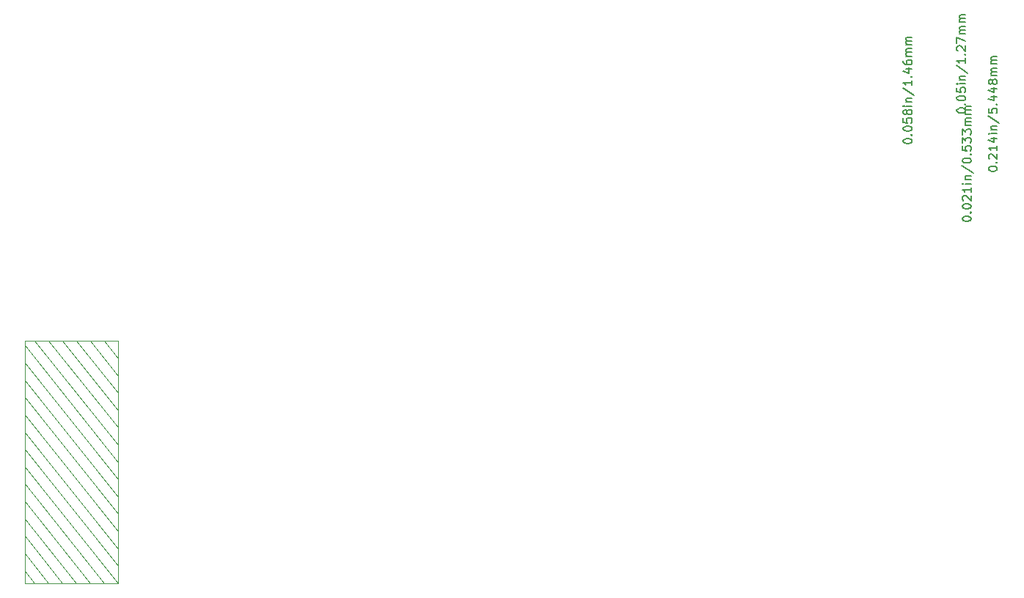
<source format=gbr>
G04 #@! TF.GenerationSoftware,KiCad,Pcbnew,5.1.10*
G04 #@! TF.CreationDate,2021-06-10T23:09:58+02:00*
G04 #@! TF.ProjectId,PlantCtrlESP32,506c616e-7443-4747-926c-45535033322e,rev?*
G04 #@! TF.SameCoordinates,Original*
G04 #@! TF.FileFunction,OtherDrawing,Comment*
%FSLAX46Y46*%
G04 Gerber Fmt 4.6, Leading zero omitted, Abs format (unit mm)*
G04 Created by KiCad (PCBNEW 5.1.10) date 2021-06-10 23:09:58*
%MOMM*%
%LPD*%
G01*
G04 APERTURE LIST*
%ADD10C,0.100000*%
%ADD11C,0.150000*%
G04 APERTURE END LIST*
D10*
X169862000Y-119918000D02*
X159082000Y-119918000D01*
X169862000Y-91918000D02*
X169862000Y-119918000D01*
X169862000Y-91918000D02*
X159082000Y-91918000D01*
X159082000Y-91918000D02*
X159082000Y-119918000D01*
X159082000Y-118443000D02*
X160172000Y-119918000D01*
X159082000Y-116443000D02*
X161787000Y-119918000D01*
X159082000Y-114443000D02*
X163402000Y-119918000D01*
X159082000Y-112443000D02*
X165017000Y-119918000D01*
X159082000Y-110443000D02*
X166632000Y-119918000D01*
X159082000Y-108443000D02*
X168247000Y-119918000D01*
X159082000Y-106443000D02*
X169862000Y-119918000D01*
X159082000Y-104443000D02*
X169862000Y-117918000D01*
X159082000Y-102443000D02*
X169862000Y-115918000D01*
X169862000Y-113918000D02*
X159082000Y-100443000D01*
X159082000Y-98443000D02*
X169862000Y-111918000D01*
X159082000Y-96443000D02*
X169862000Y-109918000D01*
X159082000Y-94443000D02*
X169862000Y-107918000D01*
X159082000Y-92443000D02*
X169862000Y-105918000D01*
X160172000Y-91918000D02*
X169862000Y-103918000D01*
X161787000Y-91918000D02*
X169862000Y-101918000D01*
X163402000Y-91918000D02*
X169862000Y-99918000D01*
X165017000Y-91918000D02*
X169862000Y-97918000D01*
X166632000Y-91918000D02*
X169862000Y-95918000D01*
X168247000Y-91918000D02*
X169862000Y-93918000D01*
D11*
X260475480Y-68863421D02*
X260475480Y-68768183D01*
X260523100Y-68672945D01*
X260570719Y-68625326D01*
X260665957Y-68577707D01*
X260856433Y-68530088D01*
X261094528Y-68530088D01*
X261285004Y-68577707D01*
X261380242Y-68625326D01*
X261427861Y-68672945D01*
X261475480Y-68768183D01*
X261475480Y-68863421D01*
X261427861Y-68958659D01*
X261380242Y-69006278D01*
X261285004Y-69053897D01*
X261094528Y-69101516D01*
X260856433Y-69101516D01*
X260665957Y-69053897D01*
X260570719Y-69006278D01*
X260523100Y-68958659D01*
X260475480Y-68863421D01*
X261380242Y-68101516D02*
X261427861Y-68053897D01*
X261475480Y-68101516D01*
X261427861Y-68149135D01*
X261380242Y-68101516D01*
X261475480Y-68101516D01*
X260475480Y-67434850D02*
X260475480Y-67339611D01*
X260523100Y-67244373D01*
X260570719Y-67196754D01*
X260665957Y-67149135D01*
X260856433Y-67101516D01*
X261094528Y-67101516D01*
X261285004Y-67149135D01*
X261380242Y-67196754D01*
X261427861Y-67244373D01*
X261475480Y-67339611D01*
X261475480Y-67434850D01*
X261427861Y-67530088D01*
X261380242Y-67577707D01*
X261285004Y-67625326D01*
X261094528Y-67672945D01*
X260856433Y-67672945D01*
X260665957Y-67625326D01*
X260570719Y-67577707D01*
X260523100Y-67530088D01*
X260475480Y-67434850D01*
X260475480Y-66196754D02*
X260475480Y-66672945D01*
X260951671Y-66720564D01*
X260904052Y-66672945D01*
X260856433Y-66577707D01*
X260856433Y-66339611D01*
X260904052Y-66244373D01*
X260951671Y-66196754D01*
X261046909Y-66149135D01*
X261285004Y-66149135D01*
X261380242Y-66196754D01*
X261427861Y-66244373D01*
X261475480Y-66339611D01*
X261475480Y-66577707D01*
X261427861Y-66672945D01*
X261380242Y-66720564D01*
X260904052Y-65577707D02*
X260856433Y-65672945D01*
X260808814Y-65720564D01*
X260713576Y-65768183D01*
X260665957Y-65768183D01*
X260570719Y-65720564D01*
X260523100Y-65672945D01*
X260475480Y-65577707D01*
X260475480Y-65387230D01*
X260523100Y-65291992D01*
X260570719Y-65244373D01*
X260665957Y-65196754D01*
X260713576Y-65196754D01*
X260808814Y-65244373D01*
X260856433Y-65291992D01*
X260904052Y-65387230D01*
X260904052Y-65577707D01*
X260951671Y-65672945D01*
X260999290Y-65720564D01*
X261094528Y-65768183D01*
X261285004Y-65768183D01*
X261380242Y-65720564D01*
X261427861Y-65672945D01*
X261475480Y-65577707D01*
X261475480Y-65387230D01*
X261427861Y-65291992D01*
X261380242Y-65244373D01*
X261285004Y-65196754D01*
X261094528Y-65196754D01*
X260999290Y-65244373D01*
X260951671Y-65291992D01*
X260904052Y-65387230D01*
X261475480Y-64768183D02*
X260808814Y-64768183D01*
X260475480Y-64768183D02*
X260523100Y-64815802D01*
X260570719Y-64768183D01*
X260523100Y-64720564D01*
X260475480Y-64768183D01*
X260570719Y-64768183D01*
X260808814Y-64291992D02*
X261475480Y-64291992D01*
X260904052Y-64291992D02*
X260856433Y-64244373D01*
X260808814Y-64149135D01*
X260808814Y-64006278D01*
X260856433Y-63911040D01*
X260951671Y-63863421D01*
X261475480Y-63863421D01*
X260427861Y-62672945D02*
X261713576Y-63530088D01*
X261475480Y-61815802D02*
X261475480Y-62387230D01*
X261475480Y-62101516D02*
X260475480Y-62101516D01*
X260618338Y-62196754D01*
X260713576Y-62291992D01*
X260761195Y-62387230D01*
X261380242Y-61387230D02*
X261427861Y-61339611D01*
X261475480Y-61387230D01*
X261427861Y-61434850D01*
X261380242Y-61387230D01*
X261475480Y-61387230D01*
X260808814Y-60482469D02*
X261475480Y-60482469D01*
X260427861Y-60720564D02*
X261142147Y-60958659D01*
X261142147Y-60339611D01*
X260475480Y-59530088D02*
X260475480Y-59720564D01*
X260523100Y-59815802D01*
X260570719Y-59863421D01*
X260713576Y-59958659D01*
X260904052Y-60006278D01*
X261285004Y-60006278D01*
X261380242Y-59958659D01*
X261427861Y-59911040D01*
X261475480Y-59815802D01*
X261475480Y-59625326D01*
X261427861Y-59530088D01*
X261380242Y-59482469D01*
X261285004Y-59434850D01*
X261046909Y-59434850D01*
X260951671Y-59482469D01*
X260904052Y-59530088D01*
X260856433Y-59625326D01*
X260856433Y-59815802D01*
X260904052Y-59911040D01*
X260951671Y-59958659D01*
X261046909Y-60006278D01*
X261475480Y-59006278D02*
X260808814Y-59006278D01*
X260904052Y-59006278D02*
X260856433Y-58958659D01*
X260808814Y-58863421D01*
X260808814Y-58720564D01*
X260856433Y-58625326D01*
X260951671Y-58577707D01*
X261475480Y-58577707D01*
X260951671Y-58577707D02*
X260856433Y-58530088D01*
X260808814Y-58434850D01*
X260808814Y-58291992D01*
X260856433Y-58196754D01*
X260951671Y-58149135D01*
X261475480Y-58149135D01*
X261475480Y-57672945D02*
X260808814Y-57672945D01*
X260904052Y-57672945D02*
X260856433Y-57625326D01*
X260808814Y-57530088D01*
X260808814Y-57387230D01*
X260856433Y-57291992D01*
X260951671Y-57244373D01*
X261475480Y-57244373D01*
X260951671Y-57244373D02*
X260856433Y-57196754D01*
X260808814Y-57101516D01*
X260808814Y-56958659D01*
X260856433Y-56863421D01*
X260951671Y-56815802D01*
X261475480Y-56815802D01*
X270305280Y-72063761D02*
X270305280Y-71968523D01*
X270352900Y-71873285D01*
X270400519Y-71825666D01*
X270495757Y-71778047D01*
X270686233Y-71730428D01*
X270924328Y-71730428D01*
X271114804Y-71778047D01*
X271210042Y-71825666D01*
X271257661Y-71873285D01*
X271305280Y-71968523D01*
X271305280Y-72063761D01*
X271257661Y-72159000D01*
X271210042Y-72206619D01*
X271114804Y-72254238D01*
X270924328Y-72301857D01*
X270686233Y-72301857D01*
X270495757Y-72254238D01*
X270400519Y-72206619D01*
X270352900Y-72159000D01*
X270305280Y-72063761D01*
X271210042Y-71301857D02*
X271257661Y-71254238D01*
X271305280Y-71301857D01*
X271257661Y-71349476D01*
X271210042Y-71301857D01*
X271305280Y-71301857D01*
X270400519Y-70873285D02*
X270352900Y-70825666D01*
X270305280Y-70730428D01*
X270305280Y-70492333D01*
X270352900Y-70397095D01*
X270400519Y-70349476D01*
X270495757Y-70301857D01*
X270590995Y-70301857D01*
X270733852Y-70349476D01*
X271305280Y-70920904D01*
X271305280Y-70301857D01*
X271305280Y-69349476D02*
X271305280Y-69920904D01*
X271305280Y-69635190D02*
X270305280Y-69635190D01*
X270448138Y-69730428D01*
X270543376Y-69825666D01*
X270590995Y-69920904D01*
X270638614Y-68492333D02*
X271305280Y-68492333D01*
X270257661Y-68730428D02*
X270971947Y-68968523D01*
X270971947Y-68349476D01*
X271305280Y-67968523D02*
X270638614Y-67968523D01*
X270305280Y-67968523D02*
X270352900Y-68016142D01*
X270400519Y-67968523D01*
X270352900Y-67920904D01*
X270305280Y-67968523D01*
X270400519Y-67968523D01*
X270638614Y-67492333D02*
X271305280Y-67492333D01*
X270733852Y-67492333D02*
X270686233Y-67444714D01*
X270638614Y-67349476D01*
X270638614Y-67206619D01*
X270686233Y-67111380D01*
X270781471Y-67063761D01*
X271305280Y-67063761D01*
X270257661Y-65873285D02*
X271543376Y-66730428D01*
X270305280Y-65063761D02*
X270305280Y-65539952D01*
X270781471Y-65587571D01*
X270733852Y-65539952D01*
X270686233Y-65444714D01*
X270686233Y-65206619D01*
X270733852Y-65111380D01*
X270781471Y-65063761D01*
X270876709Y-65016142D01*
X271114804Y-65016142D01*
X271210042Y-65063761D01*
X271257661Y-65111380D01*
X271305280Y-65206619D01*
X271305280Y-65444714D01*
X271257661Y-65539952D01*
X271210042Y-65587571D01*
X271210042Y-64587571D02*
X271257661Y-64539952D01*
X271305280Y-64587571D01*
X271257661Y-64635190D01*
X271210042Y-64587571D01*
X271305280Y-64587571D01*
X270638614Y-63682809D02*
X271305280Y-63682809D01*
X270257661Y-63920904D02*
X270971947Y-64159000D01*
X270971947Y-63539952D01*
X270638614Y-62730428D02*
X271305280Y-62730428D01*
X270257661Y-62968523D02*
X270971947Y-63206619D01*
X270971947Y-62587571D01*
X270733852Y-62063761D02*
X270686233Y-62159000D01*
X270638614Y-62206619D01*
X270543376Y-62254238D01*
X270495757Y-62254238D01*
X270400519Y-62206619D01*
X270352900Y-62159000D01*
X270305280Y-62063761D01*
X270305280Y-61873285D01*
X270352900Y-61778047D01*
X270400519Y-61730428D01*
X270495757Y-61682809D01*
X270543376Y-61682809D01*
X270638614Y-61730428D01*
X270686233Y-61778047D01*
X270733852Y-61873285D01*
X270733852Y-62063761D01*
X270781471Y-62159000D01*
X270829090Y-62206619D01*
X270924328Y-62254238D01*
X271114804Y-62254238D01*
X271210042Y-62206619D01*
X271257661Y-62159000D01*
X271305280Y-62063761D01*
X271305280Y-61873285D01*
X271257661Y-61778047D01*
X271210042Y-61730428D01*
X271114804Y-61682809D01*
X270924328Y-61682809D01*
X270829090Y-61730428D01*
X270781471Y-61778047D01*
X270733852Y-61873285D01*
X271305280Y-61254238D02*
X270638614Y-61254238D01*
X270733852Y-61254238D02*
X270686233Y-61206619D01*
X270638614Y-61111380D01*
X270638614Y-60968523D01*
X270686233Y-60873285D01*
X270781471Y-60825666D01*
X271305280Y-60825666D01*
X270781471Y-60825666D02*
X270686233Y-60778047D01*
X270638614Y-60682809D01*
X270638614Y-60539952D01*
X270686233Y-60444714D01*
X270781471Y-60397095D01*
X271305280Y-60397095D01*
X271305280Y-59920904D02*
X270638614Y-59920904D01*
X270733852Y-59920904D02*
X270686233Y-59873285D01*
X270638614Y-59778047D01*
X270638614Y-59635190D01*
X270686233Y-59539952D01*
X270781471Y-59492333D01*
X271305280Y-59492333D01*
X270781471Y-59492333D02*
X270686233Y-59444714D01*
X270638614Y-59349476D01*
X270638614Y-59206619D01*
X270686233Y-59111380D01*
X270781471Y-59063761D01*
X271305280Y-59063761D01*
X267295380Y-77835911D02*
X267295380Y-77740673D01*
X267343000Y-77645435D01*
X267390619Y-77597816D01*
X267485857Y-77550197D01*
X267676333Y-77502578D01*
X267914428Y-77502578D01*
X268104904Y-77550197D01*
X268200142Y-77597816D01*
X268247761Y-77645435D01*
X268295380Y-77740673D01*
X268295380Y-77835911D01*
X268247761Y-77931150D01*
X268200142Y-77978769D01*
X268104904Y-78026388D01*
X267914428Y-78074007D01*
X267676333Y-78074007D01*
X267485857Y-78026388D01*
X267390619Y-77978769D01*
X267343000Y-77931150D01*
X267295380Y-77835911D01*
X268200142Y-77074007D02*
X268247761Y-77026388D01*
X268295380Y-77074007D01*
X268247761Y-77121626D01*
X268200142Y-77074007D01*
X268295380Y-77074007D01*
X267295380Y-76407340D02*
X267295380Y-76312102D01*
X267343000Y-76216864D01*
X267390619Y-76169245D01*
X267485857Y-76121626D01*
X267676333Y-76074007D01*
X267914428Y-76074007D01*
X268104904Y-76121626D01*
X268200142Y-76169245D01*
X268247761Y-76216864D01*
X268295380Y-76312102D01*
X268295380Y-76407340D01*
X268247761Y-76502578D01*
X268200142Y-76550197D01*
X268104904Y-76597816D01*
X267914428Y-76645435D01*
X267676333Y-76645435D01*
X267485857Y-76597816D01*
X267390619Y-76550197D01*
X267343000Y-76502578D01*
X267295380Y-76407340D01*
X267390619Y-75693054D02*
X267343000Y-75645435D01*
X267295380Y-75550197D01*
X267295380Y-75312102D01*
X267343000Y-75216864D01*
X267390619Y-75169245D01*
X267485857Y-75121626D01*
X267581095Y-75121626D01*
X267723952Y-75169245D01*
X268295380Y-75740673D01*
X268295380Y-75121626D01*
X268295380Y-74169245D02*
X268295380Y-74740673D01*
X268295380Y-74454959D02*
X267295380Y-74454959D01*
X267438238Y-74550197D01*
X267533476Y-74645435D01*
X267581095Y-74740673D01*
X268295380Y-73740673D02*
X267628714Y-73740673D01*
X267295380Y-73740673D02*
X267343000Y-73788292D01*
X267390619Y-73740673D01*
X267343000Y-73693054D01*
X267295380Y-73740673D01*
X267390619Y-73740673D01*
X267628714Y-73264483D02*
X268295380Y-73264483D01*
X267723952Y-73264483D02*
X267676333Y-73216864D01*
X267628714Y-73121626D01*
X267628714Y-72978769D01*
X267676333Y-72883530D01*
X267771571Y-72835911D01*
X268295380Y-72835911D01*
X267247761Y-71645435D02*
X268533476Y-72502578D01*
X267295380Y-71121626D02*
X267295380Y-71026388D01*
X267343000Y-70931150D01*
X267390619Y-70883530D01*
X267485857Y-70835911D01*
X267676333Y-70788292D01*
X267914428Y-70788292D01*
X268104904Y-70835911D01*
X268200142Y-70883530D01*
X268247761Y-70931150D01*
X268295380Y-71026388D01*
X268295380Y-71121626D01*
X268247761Y-71216864D01*
X268200142Y-71264483D01*
X268104904Y-71312102D01*
X267914428Y-71359721D01*
X267676333Y-71359721D01*
X267485857Y-71312102D01*
X267390619Y-71264483D01*
X267343000Y-71216864D01*
X267295380Y-71121626D01*
X268200142Y-70359721D02*
X268247761Y-70312102D01*
X268295380Y-70359721D01*
X268247761Y-70407340D01*
X268200142Y-70359721D01*
X268295380Y-70359721D01*
X267295380Y-69407340D02*
X267295380Y-69883530D01*
X267771571Y-69931150D01*
X267723952Y-69883530D01*
X267676333Y-69788292D01*
X267676333Y-69550197D01*
X267723952Y-69454959D01*
X267771571Y-69407340D01*
X267866809Y-69359721D01*
X268104904Y-69359721D01*
X268200142Y-69407340D01*
X268247761Y-69454959D01*
X268295380Y-69550197D01*
X268295380Y-69788292D01*
X268247761Y-69883530D01*
X268200142Y-69931150D01*
X267295380Y-69026388D02*
X267295380Y-68407340D01*
X267676333Y-68740673D01*
X267676333Y-68597816D01*
X267723952Y-68502578D01*
X267771571Y-68454959D01*
X267866809Y-68407340D01*
X268104904Y-68407340D01*
X268200142Y-68454959D01*
X268247761Y-68502578D01*
X268295380Y-68597816D01*
X268295380Y-68883530D01*
X268247761Y-68978769D01*
X268200142Y-69026388D01*
X267295380Y-68074007D02*
X267295380Y-67454959D01*
X267676333Y-67788292D01*
X267676333Y-67645435D01*
X267723952Y-67550197D01*
X267771571Y-67502578D01*
X267866809Y-67454959D01*
X268104904Y-67454959D01*
X268200142Y-67502578D01*
X268247761Y-67550197D01*
X268295380Y-67645435D01*
X268295380Y-67931150D01*
X268247761Y-68026388D01*
X268200142Y-68074007D01*
X268295380Y-67026388D02*
X267628714Y-67026388D01*
X267723952Y-67026388D02*
X267676333Y-66978769D01*
X267628714Y-66883530D01*
X267628714Y-66740673D01*
X267676333Y-66645435D01*
X267771571Y-66597816D01*
X268295380Y-66597816D01*
X267771571Y-66597816D02*
X267676333Y-66550197D01*
X267628714Y-66454959D01*
X267628714Y-66312102D01*
X267676333Y-66216864D01*
X267771571Y-66169245D01*
X268295380Y-66169245D01*
X268295380Y-65693054D02*
X267628714Y-65693054D01*
X267723952Y-65693054D02*
X267676333Y-65645435D01*
X267628714Y-65550197D01*
X267628714Y-65407340D01*
X267676333Y-65312102D01*
X267771571Y-65264483D01*
X268295380Y-65264483D01*
X267771571Y-65264483D02*
X267676333Y-65216864D01*
X267628714Y-65121626D01*
X267628714Y-64978769D01*
X267676333Y-64883530D01*
X267771571Y-64835911D01*
X268295380Y-64835911D01*
X266660380Y-65339230D02*
X266660380Y-65243992D01*
X266708000Y-65148754D01*
X266755619Y-65101135D01*
X266850857Y-65053516D01*
X267041333Y-65005897D01*
X267279428Y-65005897D01*
X267469904Y-65053516D01*
X267565142Y-65101135D01*
X267612761Y-65148754D01*
X267660380Y-65243992D01*
X267660380Y-65339230D01*
X267612761Y-65434469D01*
X267565142Y-65482088D01*
X267469904Y-65529707D01*
X267279428Y-65577326D01*
X267041333Y-65577326D01*
X266850857Y-65529707D01*
X266755619Y-65482088D01*
X266708000Y-65434469D01*
X266660380Y-65339230D01*
X267565142Y-64577326D02*
X267612761Y-64529707D01*
X267660380Y-64577326D01*
X267612761Y-64624945D01*
X267565142Y-64577326D01*
X267660380Y-64577326D01*
X266660380Y-63910659D02*
X266660380Y-63815421D01*
X266708000Y-63720183D01*
X266755619Y-63672564D01*
X266850857Y-63624945D01*
X267041333Y-63577326D01*
X267279428Y-63577326D01*
X267469904Y-63624945D01*
X267565142Y-63672564D01*
X267612761Y-63720183D01*
X267660380Y-63815421D01*
X267660380Y-63910659D01*
X267612761Y-64005897D01*
X267565142Y-64053516D01*
X267469904Y-64101135D01*
X267279428Y-64148754D01*
X267041333Y-64148754D01*
X266850857Y-64101135D01*
X266755619Y-64053516D01*
X266708000Y-64005897D01*
X266660380Y-63910659D01*
X266660380Y-62672564D02*
X266660380Y-63148754D01*
X267136571Y-63196373D01*
X267088952Y-63148754D01*
X267041333Y-63053516D01*
X267041333Y-62815421D01*
X267088952Y-62720183D01*
X267136571Y-62672564D01*
X267231809Y-62624945D01*
X267469904Y-62624945D01*
X267565142Y-62672564D01*
X267612761Y-62720183D01*
X267660380Y-62815421D01*
X267660380Y-63053516D01*
X267612761Y-63148754D01*
X267565142Y-63196373D01*
X267660380Y-62196373D02*
X266993714Y-62196373D01*
X266660380Y-62196373D02*
X266708000Y-62243992D01*
X266755619Y-62196373D01*
X266708000Y-62148754D01*
X266660380Y-62196373D01*
X266755619Y-62196373D01*
X266993714Y-61720183D02*
X267660380Y-61720183D01*
X267088952Y-61720183D02*
X267041333Y-61672564D01*
X266993714Y-61577326D01*
X266993714Y-61434469D01*
X267041333Y-61339230D01*
X267136571Y-61291611D01*
X267660380Y-61291611D01*
X266612761Y-60101135D02*
X267898476Y-60958278D01*
X267660380Y-59243992D02*
X267660380Y-59815421D01*
X267660380Y-59529707D02*
X266660380Y-59529707D01*
X266803238Y-59624945D01*
X266898476Y-59720183D01*
X266946095Y-59815421D01*
X267565142Y-58815421D02*
X267612761Y-58767802D01*
X267660380Y-58815421D01*
X267612761Y-58863040D01*
X267565142Y-58815421D01*
X267660380Y-58815421D01*
X266755619Y-58386850D02*
X266708000Y-58339230D01*
X266660380Y-58243992D01*
X266660380Y-58005897D01*
X266708000Y-57910659D01*
X266755619Y-57863040D01*
X266850857Y-57815421D01*
X266946095Y-57815421D01*
X267088952Y-57863040D01*
X267660380Y-58434469D01*
X267660380Y-57815421D01*
X266660380Y-57482088D02*
X266660380Y-56815421D01*
X267660380Y-57243992D01*
X267660380Y-56434469D02*
X266993714Y-56434469D01*
X267088952Y-56434469D02*
X267041333Y-56386850D01*
X266993714Y-56291611D01*
X266993714Y-56148754D01*
X267041333Y-56053516D01*
X267136571Y-56005897D01*
X267660380Y-56005897D01*
X267136571Y-56005897D02*
X267041333Y-55958278D01*
X266993714Y-55863040D01*
X266993714Y-55720183D01*
X267041333Y-55624945D01*
X267136571Y-55577326D01*
X267660380Y-55577326D01*
X267660380Y-55101135D02*
X266993714Y-55101135D01*
X267088952Y-55101135D02*
X267041333Y-55053516D01*
X266993714Y-54958278D01*
X266993714Y-54815421D01*
X267041333Y-54720183D01*
X267136571Y-54672564D01*
X267660380Y-54672564D01*
X267136571Y-54672564D02*
X267041333Y-54624945D01*
X266993714Y-54529707D01*
X266993714Y-54386850D01*
X267041333Y-54291611D01*
X267136571Y-54243992D01*
X267660380Y-54243992D01*
M02*

</source>
